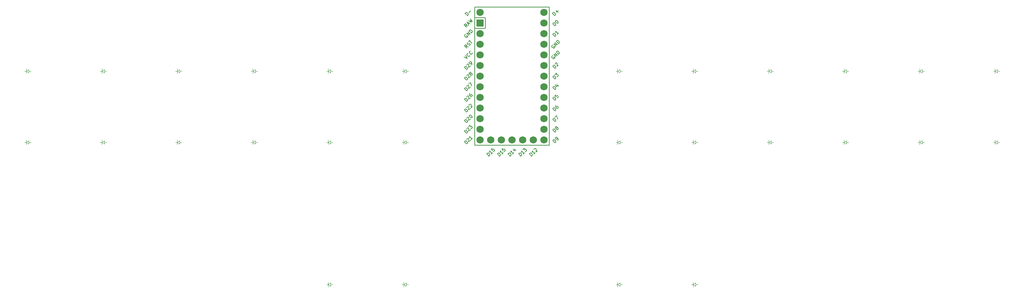
<source format=gbr>
%TF.GenerationSoftware,KiCad,Pcbnew,9.0.0*%
%TF.CreationDate,2025-03-17T14:32:25+01:00*%
%TF.ProjectId,pcb,7063622e-6b69-4636-9164-5f7063625858,v1.0.0*%
%TF.SameCoordinates,Original*%
%TF.FileFunction,Legend,Top*%
%TF.FilePolarity,Positive*%
%FSLAX46Y46*%
G04 Gerber Fmt 4.6, Leading zero omitted, Abs format (unit mm)*
G04 Created by KiCad (PCBNEW 9.0.0) date 2025-03-17 14:32:25*
%MOMM*%
%LPD*%
G01*
G04 APERTURE LIST*
%ADD10C,0.150000*%
%ADD11C,0.100000*%
%ADD12C,1.752600*%
%ADD13R,1.752600X1.752600*%
G04 APERTURE END LIST*
D10*
X204857839Y-74744523D02*
X204292154Y-74178837D01*
X204292154Y-74178837D02*
X204426841Y-74044150D01*
X204426841Y-74044150D02*
X204534590Y-73990276D01*
X204534590Y-73990276D02*
X204642340Y-73990276D01*
X204642340Y-73990276D02*
X204723152Y-74017213D01*
X204723152Y-74017213D02*
X204857839Y-74098025D01*
X204857839Y-74098025D02*
X204938651Y-74178837D01*
X204938651Y-74178837D02*
X205019463Y-74313524D01*
X205019463Y-74313524D02*
X205046401Y-74394337D01*
X205046401Y-74394337D02*
X205046401Y-74502086D01*
X205046401Y-74502086D02*
X204992526Y-74609836D01*
X204992526Y-74609836D02*
X204857839Y-74744523D01*
X205208025Y-73963338D02*
X205639024Y-73532340D01*
X204965589Y-77176773D02*
X204507653Y-77095961D01*
X204642340Y-77500022D02*
X204076654Y-76934337D01*
X204076654Y-76934337D02*
X204292154Y-76718837D01*
X204292154Y-76718837D02*
X204372966Y-76691900D01*
X204372966Y-76691900D02*
X204426841Y-76691900D01*
X204426841Y-76691900D02*
X204507653Y-76718837D01*
X204507653Y-76718837D02*
X204588465Y-76799650D01*
X204588465Y-76799650D02*
X204615402Y-76880462D01*
X204615402Y-76880462D02*
X204615402Y-76934337D01*
X204615402Y-76934337D02*
X204588465Y-77015149D01*
X204588465Y-77015149D02*
X204372966Y-77230648D01*
X205019463Y-76799650D02*
X205288837Y-76530276D01*
X205127213Y-77015149D02*
X204750089Y-76260902D01*
X204750089Y-76260902D02*
X205504337Y-76638025D01*
X205073338Y-75937653D02*
X205773710Y-76368651D01*
X205773710Y-76368651D02*
X205477399Y-75856841D01*
X205477399Y-75856841D02*
X205989210Y-76153152D01*
X205989210Y-76153152D02*
X205558211Y-75452780D01*
X204386435Y-79218431D02*
X204305623Y-79245368D01*
X204305623Y-79245368D02*
X204224811Y-79326180D01*
X204224811Y-79326180D02*
X204170936Y-79433930D01*
X204170936Y-79433930D02*
X204170936Y-79541680D01*
X204170936Y-79541680D02*
X204197873Y-79622492D01*
X204197873Y-79622492D02*
X204278685Y-79757179D01*
X204278685Y-79757179D02*
X204359498Y-79837991D01*
X204359498Y-79837991D02*
X204494185Y-79918803D01*
X204494185Y-79918803D02*
X204574997Y-79945741D01*
X204574997Y-79945741D02*
X204682746Y-79945741D01*
X204682746Y-79945741D02*
X204790496Y-79891866D01*
X204790496Y-79891866D02*
X204844371Y-79837991D01*
X204844371Y-79837991D02*
X204898246Y-79730241D01*
X204898246Y-79730241D02*
X204898246Y-79676367D01*
X204898246Y-79676367D02*
X204709684Y-79487805D01*
X204709684Y-79487805D02*
X204601934Y-79595554D01*
X205194557Y-79487805D02*
X204628872Y-78922119D01*
X204628872Y-78922119D02*
X205517806Y-79164556D01*
X205517806Y-79164556D02*
X204952120Y-78598871D01*
X205787180Y-78895182D02*
X205221494Y-78329497D01*
X205221494Y-78329497D02*
X205356181Y-78194810D01*
X205356181Y-78194810D02*
X205463931Y-78140935D01*
X205463931Y-78140935D02*
X205571680Y-78140935D01*
X205571680Y-78140935D02*
X205652493Y-78167872D01*
X205652493Y-78167872D02*
X205787180Y-78248685D01*
X205787180Y-78248685D02*
X205867992Y-78329497D01*
X205867992Y-78329497D02*
X205948804Y-78464184D01*
X205948804Y-78464184D02*
X205975741Y-78544996D01*
X205975741Y-78544996D02*
X205975741Y-78652746D01*
X205975741Y-78652746D02*
X205921867Y-78760495D01*
X205921867Y-78760495D02*
X205787180Y-78895182D01*
X205046401Y-82175961D02*
X204588465Y-82095149D01*
X204723152Y-82499210D02*
X204157467Y-81933524D01*
X204157467Y-81933524D02*
X204372966Y-81718025D01*
X204372966Y-81718025D02*
X204453778Y-81691088D01*
X204453778Y-81691088D02*
X204507653Y-81691088D01*
X204507653Y-81691088D02*
X204588465Y-81718025D01*
X204588465Y-81718025D02*
X204669277Y-81798837D01*
X204669277Y-81798837D02*
X204696215Y-81879649D01*
X204696215Y-81879649D02*
X204696215Y-81933524D01*
X204696215Y-81933524D02*
X204669277Y-82014336D01*
X204669277Y-82014336D02*
X204453778Y-82229836D01*
X205234963Y-81933524D02*
X205342712Y-81879649D01*
X205342712Y-81879649D02*
X205477399Y-81744962D01*
X205477399Y-81744962D02*
X205504337Y-81664150D01*
X205504337Y-81664150D02*
X205504337Y-81610275D01*
X205504337Y-81610275D02*
X205477399Y-81529463D01*
X205477399Y-81529463D02*
X205423525Y-81475588D01*
X205423525Y-81475588D02*
X205342712Y-81448651D01*
X205342712Y-81448651D02*
X205288838Y-81448651D01*
X205288838Y-81448651D02*
X205208025Y-81475588D01*
X205208025Y-81475588D02*
X205073338Y-81556401D01*
X205073338Y-81556401D02*
X204992526Y-81583338D01*
X204992526Y-81583338D02*
X204938651Y-81583338D01*
X204938651Y-81583338D02*
X204857839Y-81556401D01*
X204857839Y-81556401D02*
X204803964Y-81502526D01*
X204803964Y-81502526D02*
X204777027Y-81421714D01*
X204777027Y-81421714D02*
X204777027Y-81367839D01*
X204777027Y-81367839D02*
X204803964Y-81287027D01*
X204803964Y-81287027D02*
X204938651Y-81152340D01*
X204938651Y-81152340D02*
X205046401Y-81098465D01*
X205181088Y-80909903D02*
X205504337Y-80586654D01*
X205908398Y-81313964D02*
X205342713Y-80748278D01*
X204036248Y-84594743D02*
X204790496Y-84971866D01*
X204790496Y-84971866D02*
X204413372Y-84217619D01*
X205436993Y-84217619D02*
X205436993Y-84271494D01*
X205436993Y-84271494D02*
X205383118Y-84379244D01*
X205383118Y-84379244D02*
X205329243Y-84433118D01*
X205329243Y-84433118D02*
X205221494Y-84486993D01*
X205221494Y-84486993D02*
X205113744Y-84486993D01*
X205113744Y-84486993D02*
X205032932Y-84460056D01*
X205032932Y-84460056D02*
X204898245Y-84379244D01*
X204898245Y-84379244D02*
X204817433Y-84298431D01*
X204817433Y-84298431D02*
X204736621Y-84163744D01*
X204736621Y-84163744D02*
X204709683Y-84082932D01*
X204709683Y-84082932D02*
X204709683Y-83975183D01*
X204709683Y-83975183D02*
X204763558Y-83867433D01*
X204763558Y-83867433D02*
X204817433Y-83813558D01*
X204817433Y-83813558D02*
X204925182Y-83759683D01*
X204925182Y-83759683D02*
X204979057Y-83759683D01*
X206002678Y-83651934D02*
X206002678Y-83705809D01*
X206002678Y-83705809D02*
X205948804Y-83813558D01*
X205948804Y-83813558D02*
X205894929Y-83867433D01*
X205894929Y-83867433D02*
X205787179Y-83921308D01*
X205787179Y-83921308D02*
X205679430Y-83921308D01*
X205679430Y-83921308D02*
X205598617Y-83894370D01*
X205598617Y-83894370D02*
X205463930Y-83813558D01*
X205463930Y-83813558D02*
X205383118Y-83732746D01*
X205383118Y-83732746D02*
X205302306Y-83598059D01*
X205302306Y-83598059D02*
X205275369Y-83517247D01*
X205275369Y-83517247D02*
X205275369Y-83409497D01*
X205275369Y-83409497D02*
X205329243Y-83301748D01*
X205329243Y-83301748D02*
X205383118Y-83247873D01*
X205383118Y-83247873D02*
X205490868Y-83193998D01*
X205490868Y-83193998D02*
X205544743Y-83193998D01*
X204669277Y-87633085D02*
X204103592Y-87067399D01*
X204103592Y-87067399D02*
X204238279Y-86932712D01*
X204238279Y-86932712D02*
X204346028Y-86878838D01*
X204346028Y-86878838D02*
X204453778Y-86878838D01*
X204453778Y-86878838D02*
X204534590Y-86905775D01*
X204534590Y-86905775D02*
X204669277Y-86986587D01*
X204669277Y-86986587D02*
X204750089Y-87067399D01*
X204750089Y-87067399D02*
X204830901Y-87202086D01*
X204830901Y-87202086D02*
X204857839Y-87282899D01*
X204857839Y-87282899D02*
X204857839Y-87390648D01*
X204857839Y-87390648D02*
X204803964Y-87498398D01*
X204803964Y-87498398D02*
X204669277Y-87633085D01*
X204696214Y-86582526D02*
X204696214Y-86528651D01*
X204696214Y-86528651D02*
X204723152Y-86447839D01*
X204723152Y-86447839D02*
X204857839Y-86313152D01*
X204857839Y-86313152D02*
X204938651Y-86286215D01*
X204938651Y-86286215D02*
X204992526Y-86286215D01*
X204992526Y-86286215D02*
X205073338Y-86313152D01*
X205073338Y-86313152D02*
X205127213Y-86367027D01*
X205127213Y-86367027D02*
X205181088Y-86474777D01*
X205181088Y-86474777D02*
X205181088Y-87121274D01*
X205181088Y-87121274D02*
X205531274Y-86771088D01*
X205800648Y-86501714D02*
X205908398Y-86393964D01*
X205908398Y-86393964D02*
X205935335Y-86313152D01*
X205935335Y-86313152D02*
X205935335Y-86259277D01*
X205935335Y-86259277D02*
X205908398Y-86124590D01*
X205908398Y-86124590D02*
X205827585Y-85989903D01*
X205827585Y-85989903D02*
X205612086Y-85774404D01*
X205612086Y-85774404D02*
X205531274Y-85747467D01*
X205531274Y-85747467D02*
X205477399Y-85747467D01*
X205477399Y-85747467D02*
X205396587Y-85774404D01*
X205396587Y-85774404D02*
X205288837Y-85882154D01*
X205288837Y-85882154D02*
X205261900Y-85962966D01*
X205261900Y-85962966D02*
X205261900Y-86016841D01*
X205261900Y-86016841D02*
X205288837Y-86097653D01*
X205288837Y-86097653D02*
X205423524Y-86232340D01*
X205423524Y-86232340D02*
X205504337Y-86259277D01*
X205504337Y-86259277D02*
X205558211Y-86259277D01*
X205558211Y-86259277D02*
X205639024Y-86232340D01*
X205639024Y-86232340D02*
X205746773Y-86124590D01*
X205746773Y-86124590D02*
X205773711Y-86043778D01*
X205773711Y-86043778D02*
X205773711Y-85989903D01*
X205773711Y-85989903D02*
X205746773Y-85909091D01*
X204669277Y-90173085D02*
X204103592Y-89607399D01*
X204103592Y-89607399D02*
X204238279Y-89472712D01*
X204238279Y-89472712D02*
X204346028Y-89418838D01*
X204346028Y-89418838D02*
X204453778Y-89418838D01*
X204453778Y-89418838D02*
X204534590Y-89445775D01*
X204534590Y-89445775D02*
X204669277Y-89526587D01*
X204669277Y-89526587D02*
X204750089Y-89607399D01*
X204750089Y-89607399D02*
X204830901Y-89742086D01*
X204830901Y-89742086D02*
X204857839Y-89822899D01*
X204857839Y-89822899D02*
X204857839Y-89930648D01*
X204857839Y-89930648D02*
X204803964Y-90038398D01*
X204803964Y-90038398D02*
X204669277Y-90173085D01*
X204696214Y-89122526D02*
X204696214Y-89068651D01*
X204696214Y-89068651D02*
X204723152Y-88987839D01*
X204723152Y-88987839D02*
X204857839Y-88853152D01*
X204857839Y-88853152D02*
X204938651Y-88826215D01*
X204938651Y-88826215D02*
X204992526Y-88826215D01*
X204992526Y-88826215D02*
X205073338Y-88853152D01*
X205073338Y-88853152D02*
X205127213Y-88907027D01*
X205127213Y-88907027D02*
X205181088Y-89014777D01*
X205181088Y-89014777D02*
X205181088Y-89661274D01*
X205181088Y-89661274D02*
X205531274Y-89311088D01*
X205531274Y-88664590D02*
X205450462Y-88691528D01*
X205450462Y-88691528D02*
X205396587Y-88691528D01*
X205396587Y-88691528D02*
X205315775Y-88664590D01*
X205315775Y-88664590D02*
X205288837Y-88637653D01*
X205288837Y-88637653D02*
X205261900Y-88556841D01*
X205261900Y-88556841D02*
X205261900Y-88502966D01*
X205261900Y-88502966D02*
X205288837Y-88422154D01*
X205288837Y-88422154D02*
X205396587Y-88314404D01*
X205396587Y-88314404D02*
X205477399Y-88287467D01*
X205477399Y-88287467D02*
X205531274Y-88287467D01*
X205531274Y-88287467D02*
X205612086Y-88314404D01*
X205612086Y-88314404D02*
X205639024Y-88341341D01*
X205639024Y-88341341D02*
X205665961Y-88422154D01*
X205665961Y-88422154D02*
X205665961Y-88476028D01*
X205665961Y-88476028D02*
X205639024Y-88556841D01*
X205639024Y-88556841D02*
X205531274Y-88664590D01*
X205531274Y-88664590D02*
X205504337Y-88745402D01*
X205504337Y-88745402D02*
X205504337Y-88799277D01*
X205504337Y-88799277D02*
X205531274Y-88880089D01*
X205531274Y-88880089D02*
X205639024Y-88987839D01*
X205639024Y-88987839D02*
X205719836Y-89014776D01*
X205719836Y-89014776D02*
X205773711Y-89014776D01*
X205773711Y-89014776D02*
X205854523Y-88987839D01*
X205854523Y-88987839D02*
X205962272Y-88880089D01*
X205962272Y-88880089D02*
X205989210Y-88799277D01*
X205989210Y-88799277D02*
X205989210Y-88745402D01*
X205989210Y-88745402D02*
X205962272Y-88664590D01*
X205962272Y-88664590D02*
X205854523Y-88556841D01*
X205854523Y-88556841D02*
X205773711Y-88529903D01*
X205773711Y-88529903D02*
X205719836Y-88529903D01*
X205719836Y-88529903D02*
X205639024Y-88556841D01*
X204669277Y-92713085D02*
X204103592Y-92147399D01*
X204103592Y-92147399D02*
X204238279Y-92012712D01*
X204238279Y-92012712D02*
X204346028Y-91958838D01*
X204346028Y-91958838D02*
X204453778Y-91958838D01*
X204453778Y-91958838D02*
X204534590Y-91985775D01*
X204534590Y-91985775D02*
X204669277Y-92066587D01*
X204669277Y-92066587D02*
X204750089Y-92147399D01*
X204750089Y-92147399D02*
X204830901Y-92282086D01*
X204830901Y-92282086D02*
X204857839Y-92362899D01*
X204857839Y-92362899D02*
X204857839Y-92470648D01*
X204857839Y-92470648D02*
X204803964Y-92578398D01*
X204803964Y-92578398D02*
X204669277Y-92713085D01*
X204696214Y-91662526D02*
X204696214Y-91608651D01*
X204696214Y-91608651D02*
X204723152Y-91527839D01*
X204723152Y-91527839D02*
X204857839Y-91393152D01*
X204857839Y-91393152D02*
X204938651Y-91366215D01*
X204938651Y-91366215D02*
X204992526Y-91366215D01*
X204992526Y-91366215D02*
X205073338Y-91393152D01*
X205073338Y-91393152D02*
X205127213Y-91447027D01*
X205127213Y-91447027D02*
X205181088Y-91554777D01*
X205181088Y-91554777D02*
X205181088Y-92201274D01*
X205181088Y-92201274D02*
X205531274Y-91851088D01*
X205154150Y-91096841D02*
X205531274Y-90719717D01*
X205531274Y-90719717D02*
X205854523Y-91527839D01*
X204669277Y-95253085D02*
X204103592Y-94687399D01*
X204103592Y-94687399D02*
X204238279Y-94552712D01*
X204238279Y-94552712D02*
X204346028Y-94498838D01*
X204346028Y-94498838D02*
X204453778Y-94498838D01*
X204453778Y-94498838D02*
X204534590Y-94525775D01*
X204534590Y-94525775D02*
X204669277Y-94606587D01*
X204669277Y-94606587D02*
X204750089Y-94687399D01*
X204750089Y-94687399D02*
X204830901Y-94822086D01*
X204830901Y-94822086D02*
X204857839Y-94902899D01*
X204857839Y-94902899D02*
X204857839Y-95010648D01*
X204857839Y-95010648D02*
X204803964Y-95118398D01*
X204803964Y-95118398D02*
X204669277Y-95253085D01*
X204696214Y-94202526D02*
X204696214Y-94148651D01*
X204696214Y-94148651D02*
X204723152Y-94067839D01*
X204723152Y-94067839D02*
X204857839Y-93933152D01*
X204857839Y-93933152D02*
X204938651Y-93906215D01*
X204938651Y-93906215D02*
X204992526Y-93906215D01*
X204992526Y-93906215D02*
X205073338Y-93933152D01*
X205073338Y-93933152D02*
X205127213Y-93987027D01*
X205127213Y-93987027D02*
X205181088Y-94094777D01*
X205181088Y-94094777D02*
X205181088Y-94741274D01*
X205181088Y-94741274D02*
X205531274Y-94391088D01*
X205450462Y-93340529D02*
X205342712Y-93448279D01*
X205342712Y-93448279D02*
X205315775Y-93529091D01*
X205315775Y-93529091D02*
X205315775Y-93582966D01*
X205315775Y-93582966D02*
X205342712Y-93717653D01*
X205342712Y-93717653D02*
X205423524Y-93852340D01*
X205423524Y-93852340D02*
X205639024Y-94067839D01*
X205639024Y-94067839D02*
X205719836Y-94094776D01*
X205719836Y-94094776D02*
X205773711Y-94094776D01*
X205773711Y-94094776D02*
X205854523Y-94067839D01*
X205854523Y-94067839D02*
X205962272Y-93960089D01*
X205962272Y-93960089D02*
X205989210Y-93879277D01*
X205989210Y-93879277D02*
X205989210Y-93825402D01*
X205989210Y-93825402D02*
X205962272Y-93744590D01*
X205962272Y-93744590D02*
X205827585Y-93609903D01*
X205827585Y-93609903D02*
X205746773Y-93582966D01*
X205746773Y-93582966D02*
X205692898Y-93582966D01*
X205692898Y-93582966D02*
X205612086Y-93609903D01*
X205612086Y-93609903D02*
X205504337Y-93717653D01*
X205504337Y-93717653D02*
X205477399Y-93798465D01*
X205477399Y-93798465D02*
X205477399Y-93852340D01*
X205477399Y-93852340D02*
X205504337Y-93933152D01*
X204669277Y-97793085D02*
X204103592Y-97227399D01*
X204103592Y-97227399D02*
X204238279Y-97092712D01*
X204238279Y-97092712D02*
X204346028Y-97038838D01*
X204346028Y-97038838D02*
X204453778Y-97038838D01*
X204453778Y-97038838D02*
X204534590Y-97065775D01*
X204534590Y-97065775D02*
X204669277Y-97146587D01*
X204669277Y-97146587D02*
X204750089Y-97227399D01*
X204750089Y-97227399D02*
X204830901Y-97362086D01*
X204830901Y-97362086D02*
X204857839Y-97442899D01*
X204857839Y-97442899D02*
X204857839Y-97550648D01*
X204857839Y-97550648D02*
X204803964Y-97658398D01*
X204803964Y-97658398D02*
X204669277Y-97793085D01*
X204696214Y-96742526D02*
X204696214Y-96688651D01*
X204696214Y-96688651D02*
X204723152Y-96607839D01*
X204723152Y-96607839D02*
X204857839Y-96473152D01*
X204857839Y-96473152D02*
X204938651Y-96446215D01*
X204938651Y-96446215D02*
X204992526Y-96446215D01*
X204992526Y-96446215D02*
X205073338Y-96473152D01*
X205073338Y-96473152D02*
X205127213Y-96527027D01*
X205127213Y-96527027D02*
X205181088Y-96634777D01*
X205181088Y-96634777D02*
X205181088Y-97281274D01*
X205181088Y-97281274D02*
X205531274Y-96931088D01*
X205234963Y-96203778D02*
X205234963Y-96149903D01*
X205234963Y-96149903D02*
X205261900Y-96069091D01*
X205261900Y-96069091D02*
X205396587Y-95934404D01*
X205396587Y-95934404D02*
X205477399Y-95907467D01*
X205477399Y-95907467D02*
X205531274Y-95907467D01*
X205531274Y-95907467D02*
X205612086Y-95934404D01*
X205612086Y-95934404D02*
X205665961Y-95988279D01*
X205665961Y-95988279D02*
X205719836Y-96096028D01*
X205719836Y-96096028D02*
X205719836Y-96742526D01*
X205719836Y-96742526D02*
X206070022Y-96392340D01*
X204669277Y-100333085D02*
X204103592Y-99767399D01*
X204103592Y-99767399D02*
X204238279Y-99632712D01*
X204238279Y-99632712D02*
X204346028Y-99578838D01*
X204346028Y-99578838D02*
X204453778Y-99578838D01*
X204453778Y-99578838D02*
X204534590Y-99605775D01*
X204534590Y-99605775D02*
X204669277Y-99686587D01*
X204669277Y-99686587D02*
X204750089Y-99767399D01*
X204750089Y-99767399D02*
X204830901Y-99902086D01*
X204830901Y-99902086D02*
X204857839Y-99982899D01*
X204857839Y-99982899D02*
X204857839Y-100090648D01*
X204857839Y-100090648D02*
X204803964Y-100198398D01*
X204803964Y-100198398D02*
X204669277Y-100333085D01*
X204696214Y-99282526D02*
X204696214Y-99228651D01*
X204696214Y-99228651D02*
X204723152Y-99147839D01*
X204723152Y-99147839D02*
X204857839Y-99013152D01*
X204857839Y-99013152D02*
X204938651Y-98986215D01*
X204938651Y-98986215D02*
X204992526Y-98986215D01*
X204992526Y-98986215D02*
X205073338Y-99013152D01*
X205073338Y-99013152D02*
X205127213Y-99067027D01*
X205127213Y-99067027D02*
X205181088Y-99174777D01*
X205181088Y-99174777D02*
X205181088Y-99821274D01*
X205181088Y-99821274D02*
X205531274Y-99471088D01*
X205315775Y-98555216D02*
X205369650Y-98501341D01*
X205369650Y-98501341D02*
X205450462Y-98474404D01*
X205450462Y-98474404D02*
X205504337Y-98474404D01*
X205504337Y-98474404D02*
X205585149Y-98501341D01*
X205585149Y-98501341D02*
X205719836Y-98582154D01*
X205719836Y-98582154D02*
X205854523Y-98716841D01*
X205854523Y-98716841D02*
X205935335Y-98851528D01*
X205935335Y-98851528D02*
X205962272Y-98932340D01*
X205962272Y-98932340D02*
X205962272Y-98986215D01*
X205962272Y-98986215D02*
X205935335Y-99067027D01*
X205935335Y-99067027D02*
X205881460Y-99120902D01*
X205881460Y-99120902D02*
X205800648Y-99147839D01*
X205800648Y-99147839D02*
X205746773Y-99147839D01*
X205746773Y-99147839D02*
X205665961Y-99120902D01*
X205665961Y-99120902D02*
X205531274Y-99040089D01*
X205531274Y-99040089D02*
X205396587Y-98905402D01*
X205396587Y-98905402D02*
X205315775Y-98770715D01*
X205315775Y-98770715D02*
X205288837Y-98689903D01*
X205288837Y-98689903D02*
X205288837Y-98636028D01*
X205288837Y-98636028D02*
X205315775Y-98555216D01*
X204669277Y-102873085D02*
X204103592Y-102307399D01*
X204103592Y-102307399D02*
X204238279Y-102172712D01*
X204238279Y-102172712D02*
X204346028Y-102118838D01*
X204346028Y-102118838D02*
X204453778Y-102118838D01*
X204453778Y-102118838D02*
X204534590Y-102145775D01*
X204534590Y-102145775D02*
X204669277Y-102226587D01*
X204669277Y-102226587D02*
X204750089Y-102307399D01*
X204750089Y-102307399D02*
X204830901Y-102442086D01*
X204830901Y-102442086D02*
X204857839Y-102522899D01*
X204857839Y-102522899D02*
X204857839Y-102630648D01*
X204857839Y-102630648D02*
X204803964Y-102738398D01*
X204803964Y-102738398D02*
X204669277Y-102873085D01*
X204696214Y-101822526D02*
X204696214Y-101768651D01*
X204696214Y-101768651D02*
X204723152Y-101687839D01*
X204723152Y-101687839D02*
X204857839Y-101553152D01*
X204857839Y-101553152D02*
X204938651Y-101526215D01*
X204938651Y-101526215D02*
X204992526Y-101526215D01*
X204992526Y-101526215D02*
X205073338Y-101553152D01*
X205073338Y-101553152D02*
X205127213Y-101607027D01*
X205127213Y-101607027D02*
X205181088Y-101714777D01*
X205181088Y-101714777D02*
X205181088Y-102361274D01*
X205181088Y-102361274D02*
X205531274Y-102011088D01*
X205154150Y-101256841D02*
X205504337Y-100906654D01*
X205504337Y-100906654D02*
X205531274Y-101310715D01*
X205531274Y-101310715D02*
X205612086Y-101229903D01*
X205612086Y-101229903D02*
X205692898Y-101202966D01*
X205692898Y-101202966D02*
X205746773Y-101202966D01*
X205746773Y-101202966D02*
X205827585Y-101229903D01*
X205827585Y-101229903D02*
X205962272Y-101364590D01*
X205962272Y-101364590D02*
X205989210Y-101445402D01*
X205989210Y-101445402D02*
X205989210Y-101499277D01*
X205989210Y-101499277D02*
X205962272Y-101580089D01*
X205962272Y-101580089D02*
X205800648Y-101741714D01*
X205800648Y-101741714D02*
X205719836Y-101768651D01*
X205719836Y-101768651D02*
X205665961Y-101768651D01*
X204669277Y-105413085D02*
X204103592Y-104847399D01*
X204103592Y-104847399D02*
X204238279Y-104712712D01*
X204238279Y-104712712D02*
X204346028Y-104658838D01*
X204346028Y-104658838D02*
X204453778Y-104658838D01*
X204453778Y-104658838D02*
X204534590Y-104685775D01*
X204534590Y-104685775D02*
X204669277Y-104766587D01*
X204669277Y-104766587D02*
X204750089Y-104847399D01*
X204750089Y-104847399D02*
X204830901Y-104982086D01*
X204830901Y-104982086D02*
X204857839Y-105062899D01*
X204857839Y-105062899D02*
X204857839Y-105170648D01*
X204857839Y-105170648D02*
X204803964Y-105278398D01*
X204803964Y-105278398D02*
X204669277Y-105413085D01*
X204696214Y-104362526D02*
X204696214Y-104308651D01*
X204696214Y-104308651D02*
X204723152Y-104227839D01*
X204723152Y-104227839D02*
X204857839Y-104093152D01*
X204857839Y-104093152D02*
X204938651Y-104066215D01*
X204938651Y-104066215D02*
X204992526Y-104066215D01*
X204992526Y-104066215D02*
X205073338Y-104093152D01*
X205073338Y-104093152D02*
X205127213Y-104147027D01*
X205127213Y-104147027D02*
X205181088Y-104254777D01*
X205181088Y-104254777D02*
X205181088Y-104901274D01*
X205181088Y-104901274D02*
X205531274Y-104551088D01*
X206070022Y-104012340D02*
X205746773Y-104335589D01*
X205908398Y-104173964D02*
X205342712Y-103608279D01*
X205342712Y-103608279D02*
X205369650Y-103742966D01*
X205369650Y-103742966D02*
X205369650Y-103850715D01*
X205369650Y-103850715D02*
X205342712Y-103931528D01*
X220149277Y-108343085D02*
X219583592Y-107777399D01*
X219583592Y-107777399D02*
X219718279Y-107642712D01*
X219718279Y-107642712D02*
X219826028Y-107588838D01*
X219826028Y-107588838D02*
X219933778Y-107588838D01*
X219933778Y-107588838D02*
X220014590Y-107615775D01*
X220014590Y-107615775D02*
X220149277Y-107696587D01*
X220149277Y-107696587D02*
X220230089Y-107777399D01*
X220230089Y-107777399D02*
X220310901Y-107912086D01*
X220310901Y-107912086D02*
X220337839Y-107992899D01*
X220337839Y-107992899D02*
X220337839Y-108100648D01*
X220337839Y-108100648D02*
X220283964Y-108208398D01*
X220283964Y-108208398D02*
X220149277Y-108343085D01*
X221011274Y-107481088D02*
X220688025Y-107804337D01*
X220849649Y-107642712D02*
X220283964Y-107077027D01*
X220283964Y-107077027D02*
X220310901Y-107211714D01*
X220310901Y-107211714D02*
X220310901Y-107319464D01*
X220310901Y-107319464D02*
X220283964Y-107400276D01*
X220714963Y-106753778D02*
X220714963Y-106699903D01*
X220714963Y-106699903D02*
X220741900Y-106619091D01*
X220741900Y-106619091D02*
X220876587Y-106484404D01*
X220876587Y-106484404D02*
X220957399Y-106457467D01*
X220957399Y-106457467D02*
X221011274Y-106457467D01*
X221011274Y-106457467D02*
X221092086Y-106484404D01*
X221092086Y-106484404D02*
X221145961Y-106538279D01*
X221145961Y-106538279D02*
X221199836Y-106646028D01*
X221199836Y-106646028D02*
X221199836Y-107292526D01*
X221199836Y-107292526D02*
X221550022Y-106942340D01*
X217609277Y-108343085D02*
X217043592Y-107777399D01*
X217043592Y-107777399D02*
X217178279Y-107642712D01*
X217178279Y-107642712D02*
X217286028Y-107588838D01*
X217286028Y-107588838D02*
X217393778Y-107588838D01*
X217393778Y-107588838D02*
X217474590Y-107615775D01*
X217474590Y-107615775D02*
X217609277Y-107696587D01*
X217609277Y-107696587D02*
X217690089Y-107777399D01*
X217690089Y-107777399D02*
X217770901Y-107912086D01*
X217770901Y-107912086D02*
X217797839Y-107992899D01*
X217797839Y-107992899D02*
X217797839Y-108100648D01*
X217797839Y-108100648D02*
X217743964Y-108208398D01*
X217743964Y-108208398D02*
X217609277Y-108343085D01*
X218471274Y-107481088D02*
X218148025Y-107804337D01*
X218309649Y-107642712D02*
X217743964Y-107077027D01*
X217743964Y-107077027D02*
X217770901Y-107211714D01*
X217770901Y-107211714D02*
X217770901Y-107319464D01*
X217770901Y-107319464D02*
X217743964Y-107400276D01*
X218094150Y-106726841D02*
X218444337Y-106376654D01*
X218444337Y-106376654D02*
X218471274Y-106780715D01*
X218471274Y-106780715D02*
X218552086Y-106699903D01*
X218552086Y-106699903D02*
X218632898Y-106672966D01*
X218632898Y-106672966D02*
X218686773Y-106672966D01*
X218686773Y-106672966D02*
X218767585Y-106699903D01*
X218767585Y-106699903D02*
X218902272Y-106834590D01*
X218902272Y-106834590D02*
X218929210Y-106915402D01*
X218929210Y-106915402D02*
X218929210Y-106969277D01*
X218929210Y-106969277D02*
X218902272Y-107050089D01*
X218902272Y-107050089D02*
X218740648Y-107211714D01*
X218740648Y-107211714D02*
X218659836Y-107238651D01*
X218659836Y-107238651D02*
X218605961Y-107238651D01*
X215069277Y-108343085D02*
X214503592Y-107777399D01*
X214503592Y-107777399D02*
X214638279Y-107642712D01*
X214638279Y-107642712D02*
X214746028Y-107588838D01*
X214746028Y-107588838D02*
X214853778Y-107588838D01*
X214853778Y-107588838D02*
X214934590Y-107615775D01*
X214934590Y-107615775D02*
X215069277Y-107696587D01*
X215069277Y-107696587D02*
X215150089Y-107777399D01*
X215150089Y-107777399D02*
X215230901Y-107912086D01*
X215230901Y-107912086D02*
X215257839Y-107992899D01*
X215257839Y-107992899D02*
X215257839Y-108100648D01*
X215257839Y-108100648D02*
X215203964Y-108208398D01*
X215203964Y-108208398D02*
X215069277Y-108343085D01*
X215931274Y-107481088D02*
X215608025Y-107804337D01*
X215769649Y-107642712D02*
X215203964Y-107077027D01*
X215203964Y-107077027D02*
X215230901Y-107211714D01*
X215230901Y-107211714D02*
X215230901Y-107319464D01*
X215230901Y-107319464D02*
X215203964Y-107400276D01*
X216039024Y-106619091D02*
X216416147Y-106996215D01*
X215688837Y-106538279D02*
X215958211Y-107077027D01*
X215958211Y-107077027D02*
X216308398Y-106726841D01*
X212529277Y-108343085D02*
X211963592Y-107777399D01*
X211963592Y-107777399D02*
X212098279Y-107642712D01*
X212098279Y-107642712D02*
X212206028Y-107588838D01*
X212206028Y-107588838D02*
X212313778Y-107588838D01*
X212313778Y-107588838D02*
X212394590Y-107615775D01*
X212394590Y-107615775D02*
X212529277Y-107696587D01*
X212529277Y-107696587D02*
X212610089Y-107777399D01*
X212610089Y-107777399D02*
X212690901Y-107912086D01*
X212690901Y-107912086D02*
X212717839Y-107992899D01*
X212717839Y-107992899D02*
X212717839Y-108100648D01*
X212717839Y-108100648D02*
X212663964Y-108208398D01*
X212663964Y-108208398D02*
X212529277Y-108343085D01*
X213391274Y-107481088D02*
X213068025Y-107804337D01*
X213229649Y-107642712D02*
X212663964Y-107077027D01*
X212663964Y-107077027D02*
X212690901Y-107211714D01*
X212690901Y-107211714D02*
X212690901Y-107319464D01*
X212690901Y-107319464D02*
X212663964Y-107400276D01*
X213337399Y-106403592D02*
X213068025Y-106672966D01*
X213068025Y-106672966D02*
X213310462Y-106969277D01*
X213310462Y-106969277D02*
X213310462Y-106915402D01*
X213310462Y-106915402D02*
X213337399Y-106834590D01*
X213337399Y-106834590D02*
X213472086Y-106699903D01*
X213472086Y-106699903D02*
X213552898Y-106672966D01*
X213552898Y-106672966D02*
X213606773Y-106672966D01*
X213606773Y-106672966D02*
X213687585Y-106699903D01*
X213687585Y-106699903D02*
X213822272Y-106834590D01*
X213822272Y-106834590D02*
X213849210Y-106915402D01*
X213849210Y-106915402D02*
X213849210Y-106969277D01*
X213849210Y-106969277D02*
X213822272Y-107050089D01*
X213822272Y-107050089D02*
X213687585Y-107184776D01*
X213687585Y-107184776D02*
X213606773Y-107211714D01*
X213606773Y-107211714D02*
X213552898Y-107211714D01*
X209989277Y-108343085D02*
X209423592Y-107777399D01*
X209423592Y-107777399D02*
X209558279Y-107642712D01*
X209558279Y-107642712D02*
X209666028Y-107588838D01*
X209666028Y-107588838D02*
X209773778Y-107588838D01*
X209773778Y-107588838D02*
X209854590Y-107615775D01*
X209854590Y-107615775D02*
X209989277Y-107696587D01*
X209989277Y-107696587D02*
X210070089Y-107777399D01*
X210070089Y-107777399D02*
X210150901Y-107912086D01*
X210150901Y-107912086D02*
X210177839Y-107992899D01*
X210177839Y-107992899D02*
X210177839Y-108100648D01*
X210177839Y-108100648D02*
X210123964Y-108208398D01*
X210123964Y-108208398D02*
X209989277Y-108343085D01*
X210851274Y-107481088D02*
X210528025Y-107804337D01*
X210689649Y-107642712D02*
X210123964Y-107077027D01*
X210123964Y-107077027D02*
X210150901Y-107211714D01*
X210150901Y-107211714D02*
X210150901Y-107319464D01*
X210150901Y-107319464D02*
X210123964Y-107400276D01*
X210797399Y-106403592D02*
X210528025Y-106672966D01*
X210528025Y-106672966D02*
X210770462Y-106969277D01*
X210770462Y-106969277D02*
X210770462Y-106915402D01*
X210770462Y-106915402D02*
X210797399Y-106834590D01*
X210797399Y-106834590D02*
X210932086Y-106699903D01*
X210932086Y-106699903D02*
X211012898Y-106672966D01*
X211012898Y-106672966D02*
X211066773Y-106672966D01*
X211066773Y-106672966D02*
X211147585Y-106699903D01*
X211147585Y-106699903D02*
X211282272Y-106834590D01*
X211282272Y-106834590D02*
X211309210Y-106915402D01*
X211309210Y-106915402D02*
X211309210Y-106969277D01*
X211309210Y-106969277D02*
X211282272Y-107050089D01*
X211282272Y-107050089D02*
X211147585Y-107184776D01*
X211147585Y-107184776D02*
X211066773Y-107211714D01*
X211066773Y-107211714D02*
X211012898Y-107211714D01*
X225657839Y-74744523D02*
X225092154Y-74178837D01*
X225092154Y-74178837D02*
X225226841Y-74044150D01*
X225226841Y-74044150D02*
X225334590Y-73990276D01*
X225334590Y-73990276D02*
X225442340Y-73990276D01*
X225442340Y-73990276D02*
X225523152Y-74017213D01*
X225523152Y-74017213D02*
X225657839Y-74098025D01*
X225657839Y-74098025D02*
X225738651Y-74178837D01*
X225738651Y-74178837D02*
X225819463Y-74313524D01*
X225819463Y-74313524D02*
X225846401Y-74394337D01*
X225846401Y-74394337D02*
X225846401Y-74502086D01*
X225846401Y-74502086D02*
X225792526Y-74609836D01*
X225792526Y-74609836D02*
X225657839Y-74744523D01*
X226008025Y-73963338D02*
X226439024Y-73532340D01*
X226439024Y-73963338D02*
X226008025Y-73532340D01*
X225738651Y-77203710D02*
X225172966Y-76638025D01*
X225172966Y-76638025D02*
X225307653Y-76503338D01*
X225307653Y-76503338D02*
X225415403Y-76449463D01*
X225415403Y-76449463D02*
X225523152Y-76449463D01*
X225523152Y-76449463D02*
X225603964Y-76476401D01*
X225603964Y-76476401D02*
X225738651Y-76557213D01*
X225738651Y-76557213D02*
X225819464Y-76638025D01*
X225819464Y-76638025D02*
X225900276Y-76772712D01*
X225900276Y-76772712D02*
X225927213Y-76853524D01*
X225927213Y-76853524D02*
X225927213Y-76961274D01*
X225927213Y-76961274D02*
X225873338Y-77069023D01*
X225873338Y-77069023D02*
X225738651Y-77203710D01*
X225846401Y-75964590D02*
X225900276Y-75910715D01*
X225900276Y-75910715D02*
X225981088Y-75883778D01*
X225981088Y-75883778D02*
X226034963Y-75883778D01*
X226034963Y-75883778D02*
X226115775Y-75910715D01*
X226115775Y-75910715D02*
X226250462Y-75991527D01*
X226250462Y-75991527D02*
X226385149Y-76126214D01*
X226385149Y-76126214D02*
X226465961Y-76260901D01*
X226465961Y-76260901D02*
X226492899Y-76341714D01*
X226492899Y-76341714D02*
X226492899Y-76395588D01*
X226492899Y-76395588D02*
X226465961Y-76476401D01*
X226465961Y-76476401D02*
X226412087Y-76530275D01*
X226412087Y-76530275D02*
X226331274Y-76557213D01*
X226331274Y-76557213D02*
X226277399Y-76557213D01*
X226277399Y-76557213D02*
X226196587Y-76530275D01*
X226196587Y-76530275D02*
X226061900Y-76449463D01*
X226061900Y-76449463D02*
X225927213Y-76314776D01*
X225927213Y-76314776D02*
X225846401Y-76180089D01*
X225846401Y-76180089D02*
X225819464Y-76099277D01*
X225819464Y-76099277D02*
X225819464Y-76045402D01*
X225819464Y-76045402D02*
X225846401Y-75964590D01*
X225738651Y-79743710D02*
X225172966Y-79178025D01*
X225172966Y-79178025D02*
X225307653Y-79043338D01*
X225307653Y-79043338D02*
X225415403Y-78989463D01*
X225415403Y-78989463D02*
X225523152Y-78989463D01*
X225523152Y-78989463D02*
X225603964Y-79016401D01*
X225603964Y-79016401D02*
X225738651Y-79097213D01*
X225738651Y-79097213D02*
X225819464Y-79178025D01*
X225819464Y-79178025D02*
X225900276Y-79312712D01*
X225900276Y-79312712D02*
X225927213Y-79393524D01*
X225927213Y-79393524D02*
X225927213Y-79501274D01*
X225927213Y-79501274D02*
X225873338Y-79609023D01*
X225873338Y-79609023D02*
X225738651Y-79743710D01*
X226600648Y-78881714D02*
X226277399Y-79204962D01*
X226439024Y-79043338D02*
X225873338Y-78477653D01*
X225873338Y-78477653D02*
X225900276Y-78612340D01*
X225900276Y-78612340D02*
X225900276Y-78720089D01*
X225900276Y-78720089D02*
X225873338Y-78800901D01*
X225186435Y-81758431D02*
X225105623Y-81785368D01*
X225105623Y-81785368D02*
X225024811Y-81866180D01*
X225024811Y-81866180D02*
X224970936Y-81973930D01*
X224970936Y-81973930D02*
X224970936Y-82081680D01*
X224970936Y-82081680D02*
X224997873Y-82162492D01*
X224997873Y-82162492D02*
X225078685Y-82297179D01*
X225078685Y-82297179D02*
X225159498Y-82377991D01*
X225159498Y-82377991D02*
X225294185Y-82458803D01*
X225294185Y-82458803D02*
X225374997Y-82485741D01*
X225374997Y-82485741D02*
X225482746Y-82485741D01*
X225482746Y-82485741D02*
X225590496Y-82431866D01*
X225590496Y-82431866D02*
X225644371Y-82377991D01*
X225644371Y-82377991D02*
X225698246Y-82270241D01*
X225698246Y-82270241D02*
X225698246Y-82216367D01*
X225698246Y-82216367D02*
X225509684Y-82027805D01*
X225509684Y-82027805D02*
X225401934Y-82135554D01*
X225994557Y-82027805D02*
X225428872Y-81462119D01*
X225428872Y-81462119D02*
X226317806Y-81704556D01*
X226317806Y-81704556D02*
X225752120Y-81138871D01*
X226587180Y-81435182D02*
X226021494Y-80869497D01*
X226021494Y-80869497D02*
X226156181Y-80734810D01*
X226156181Y-80734810D02*
X226263931Y-80680935D01*
X226263931Y-80680935D02*
X226371680Y-80680935D01*
X226371680Y-80680935D02*
X226452493Y-80707872D01*
X226452493Y-80707872D02*
X226587180Y-80788685D01*
X226587180Y-80788685D02*
X226667992Y-80869497D01*
X226667992Y-80869497D02*
X226748804Y-81004184D01*
X226748804Y-81004184D02*
X226775741Y-81084996D01*
X226775741Y-81084996D02*
X226775741Y-81192746D01*
X226775741Y-81192746D02*
X226721867Y-81300495D01*
X226721867Y-81300495D02*
X226587180Y-81435182D01*
X225186435Y-84298431D02*
X225105623Y-84325368D01*
X225105623Y-84325368D02*
X225024811Y-84406180D01*
X225024811Y-84406180D02*
X224970936Y-84513930D01*
X224970936Y-84513930D02*
X224970936Y-84621680D01*
X224970936Y-84621680D02*
X224997873Y-84702492D01*
X224997873Y-84702492D02*
X225078685Y-84837179D01*
X225078685Y-84837179D02*
X225159498Y-84917991D01*
X225159498Y-84917991D02*
X225294185Y-84998803D01*
X225294185Y-84998803D02*
X225374997Y-85025741D01*
X225374997Y-85025741D02*
X225482746Y-85025741D01*
X225482746Y-85025741D02*
X225590496Y-84971866D01*
X225590496Y-84971866D02*
X225644371Y-84917991D01*
X225644371Y-84917991D02*
X225698246Y-84810241D01*
X225698246Y-84810241D02*
X225698246Y-84756367D01*
X225698246Y-84756367D02*
X225509684Y-84567805D01*
X225509684Y-84567805D02*
X225401934Y-84675554D01*
X225994557Y-84567805D02*
X225428872Y-84002119D01*
X225428872Y-84002119D02*
X226317806Y-84244556D01*
X226317806Y-84244556D02*
X225752120Y-83678871D01*
X226587180Y-83975182D02*
X226021494Y-83409497D01*
X226021494Y-83409497D02*
X226156181Y-83274810D01*
X226156181Y-83274810D02*
X226263931Y-83220935D01*
X226263931Y-83220935D02*
X226371680Y-83220935D01*
X226371680Y-83220935D02*
X226452493Y-83247872D01*
X226452493Y-83247872D02*
X226587180Y-83328685D01*
X226587180Y-83328685D02*
X226667992Y-83409497D01*
X226667992Y-83409497D02*
X226748804Y-83544184D01*
X226748804Y-83544184D02*
X226775741Y-83624996D01*
X226775741Y-83624996D02*
X226775741Y-83732746D01*
X226775741Y-83732746D02*
X226721867Y-83840495D01*
X226721867Y-83840495D02*
X226587180Y-83975182D01*
X225738651Y-87363710D02*
X225172966Y-86798025D01*
X225172966Y-86798025D02*
X225307653Y-86663338D01*
X225307653Y-86663338D02*
X225415403Y-86609463D01*
X225415403Y-86609463D02*
X225523152Y-86609463D01*
X225523152Y-86609463D02*
X225603964Y-86636401D01*
X225603964Y-86636401D02*
X225738651Y-86717213D01*
X225738651Y-86717213D02*
X225819464Y-86798025D01*
X225819464Y-86798025D02*
X225900276Y-86932712D01*
X225900276Y-86932712D02*
X225927213Y-87013524D01*
X225927213Y-87013524D02*
X225927213Y-87121274D01*
X225927213Y-87121274D02*
X225873338Y-87229023D01*
X225873338Y-87229023D02*
X225738651Y-87363710D01*
X225765589Y-86313152D02*
X225765589Y-86259277D01*
X225765589Y-86259277D02*
X225792526Y-86178465D01*
X225792526Y-86178465D02*
X225927213Y-86043778D01*
X225927213Y-86043778D02*
X226008025Y-86016840D01*
X226008025Y-86016840D02*
X226061900Y-86016840D01*
X226061900Y-86016840D02*
X226142712Y-86043778D01*
X226142712Y-86043778D02*
X226196587Y-86097653D01*
X226196587Y-86097653D02*
X226250462Y-86205402D01*
X226250462Y-86205402D02*
X226250462Y-86851900D01*
X226250462Y-86851900D02*
X226600648Y-86501714D01*
X225738651Y-89903710D02*
X225172966Y-89338025D01*
X225172966Y-89338025D02*
X225307653Y-89203338D01*
X225307653Y-89203338D02*
X225415403Y-89149463D01*
X225415403Y-89149463D02*
X225523152Y-89149463D01*
X225523152Y-89149463D02*
X225603964Y-89176401D01*
X225603964Y-89176401D02*
X225738651Y-89257213D01*
X225738651Y-89257213D02*
X225819464Y-89338025D01*
X225819464Y-89338025D02*
X225900276Y-89472712D01*
X225900276Y-89472712D02*
X225927213Y-89553524D01*
X225927213Y-89553524D02*
X225927213Y-89661274D01*
X225927213Y-89661274D02*
X225873338Y-89769023D01*
X225873338Y-89769023D02*
X225738651Y-89903710D01*
X225684777Y-88826214D02*
X226034963Y-88476028D01*
X226034963Y-88476028D02*
X226061900Y-88880089D01*
X226061900Y-88880089D02*
X226142712Y-88799277D01*
X226142712Y-88799277D02*
X226223525Y-88772340D01*
X226223525Y-88772340D02*
X226277399Y-88772340D01*
X226277399Y-88772340D02*
X226358212Y-88799277D01*
X226358212Y-88799277D02*
X226492899Y-88933964D01*
X226492899Y-88933964D02*
X226519836Y-89014776D01*
X226519836Y-89014776D02*
X226519836Y-89068651D01*
X226519836Y-89068651D02*
X226492899Y-89149463D01*
X226492899Y-89149463D02*
X226331274Y-89311088D01*
X226331274Y-89311088D02*
X226250462Y-89338025D01*
X226250462Y-89338025D02*
X226196587Y-89338025D01*
X225738651Y-92443710D02*
X225172966Y-91878025D01*
X225172966Y-91878025D02*
X225307653Y-91743338D01*
X225307653Y-91743338D02*
X225415403Y-91689463D01*
X225415403Y-91689463D02*
X225523152Y-91689463D01*
X225523152Y-91689463D02*
X225603964Y-91716401D01*
X225603964Y-91716401D02*
X225738651Y-91797213D01*
X225738651Y-91797213D02*
X225819464Y-91878025D01*
X225819464Y-91878025D02*
X225900276Y-92012712D01*
X225900276Y-92012712D02*
X225927213Y-92093524D01*
X225927213Y-92093524D02*
X225927213Y-92201274D01*
X225927213Y-92201274D02*
X225873338Y-92309023D01*
X225873338Y-92309023D02*
X225738651Y-92443710D01*
X226169650Y-91258465D02*
X226546774Y-91635588D01*
X225819464Y-91177653D02*
X226088838Y-91716401D01*
X226088838Y-91716401D02*
X226439024Y-91366214D01*
X225738651Y-94983710D02*
X225172966Y-94418025D01*
X225172966Y-94418025D02*
X225307653Y-94283338D01*
X225307653Y-94283338D02*
X225415403Y-94229463D01*
X225415403Y-94229463D02*
X225523152Y-94229463D01*
X225523152Y-94229463D02*
X225603964Y-94256401D01*
X225603964Y-94256401D02*
X225738651Y-94337213D01*
X225738651Y-94337213D02*
X225819464Y-94418025D01*
X225819464Y-94418025D02*
X225900276Y-94552712D01*
X225900276Y-94552712D02*
X225927213Y-94633524D01*
X225927213Y-94633524D02*
X225927213Y-94741274D01*
X225927213Y-94741274D02*
X225873338Y-94849023D01*
X225873338Y-94849023D02*
X225738651Y-94983710D01*
X226008025Y-93582966D02*
X225738651Y-93852340D01*
X225738651Y-93852340D02*
X225981088Y-94148651D01*
X225981088Y-94148651D02*
X225981088Y-94094776D01*
X225981088Y-94094776D02*
X226008025Y-94013964D01*
X226008025Y-94013964D02*
X226142712Y-93879277D01*
X226142712Y-93879277D02*
X226223525Y-93852340D01*
X226223525Y-93852340D02*
X226277399Y-93852340D01*
X226277399Y-93852340D02*
X226358212Y-93879277D01*
X226358212Y-93879277D02*
X226492899Y-94013964D01*
X226492899Y-94013964D02*
X226519836Y-94094776D01*
X226519836Y-94094776D02*
X226519836Y-94148651D01*
X226519836Y-94148651D02*
X226492899Y-94229463D01*
X226492899Y-94229463D02*
X226358212Y-94364150D01*
X226358212Y-94364150D02*
X226277399Y-94391088D01*
X226277399Y-94391088D02*
X226223525Y-94391088D01*
X225738651Y-97523710D02*
X225172966Y-96958025D01*
X225172966Y-96958025D02*
X225307653Y-96823338D01*
X225307653Y-96823338D02*
X225415403Y-96769463D01*
X225415403Y-96769463D02*
X225523152Y-96769463D01*
X225523152Y-96769463D02*
X225603964Y-96796401D01*
X225603964Y-96796401D02*
X225738651Y-96877213D01*
X225738651Y-96877213D02*
X225819464Y-96958025D01*
X225819464Y-96958025D02*
X225900276Y-97092712D01*
X225900276Y-97092712D02*
X225927213Y-97173524D01*
X225927213Y-97173524D02*
X225927213Y-97281274D01*
X225927213Y-97281274D02*
X225873338Y-97389023D01*
X225873338Y-97389023D02*
X225738651Y-97523710D01*
X225981088Y-96149903D02*
X225873338Y-96257653D01*
X225873338Y-96257653D02*
X225846401Y-96338465D01*
X225846401Y-96338465D02*
X225846401Y-96392340D01*
X225846401Y-96392340D02*
X225873338Y-96527027D01*
X225873338Y-96527027D02*
X225954151Y-96661714D01*
X225954151Y-96661714D02*
X226169650Y-96877213D01*
X226169650Y-96877213D02*
X226250462Y-96904150D01*
X226250462Y-96904150D02*
X226304337Y-96904150D01*
X226304337Y-96904150D02*
X226385149Y-96877213D01*
X226385149Y-96877213D02*
X226492899Y-96769463D01*
X226492899Y-96769463D02*
X226519836Y-96688651D01*
X226519836Y-96688651D02*
X226519836Y-96634776D01*
X226519836Y-96634776D02*
X226492899Y-96553964D01*
X226492899Y-96553964D02*
X226358212Y-96419277D01*
X226358212Y-96419277D02*
X226277399Y-96392340D01*
X226277399Y-96392340D02*
X226223525Y-96392340D01*
X226223525Y-96392340D02*
X226142712Y-96419277D01*
X226142712Y-96419277D02*
X226034963Y-96527027D01*
X226034963Y-96527027D02*
X226008025Y-96607839D01*
X226008025Y-96607839D02*
X226008025Y-96661714D01*
X226008025Y-96661714D02*
X226034963Y-96742526D01*
X225738651Y-100063710D02*
X225172966Y-99498025D01*
X225172966Y-99498025D02*
X225307653Y-99363338D01*
X225307653Y-99363338D02*
X225415403Y-99309463D01*
X225415403Y-99309463D02*
X225523152Y-99309463D01*
X225523152Y-99309463D02*
X225603964Y-99336401D01*
X225603964Y-99336401D02*
X225738651Y-99417213D01*
X225738651Y-99417213D02*
X225819464Y-99498025D01*
X225819464Y-99498025D02*
X225900276Y-99632712D01*
X225900276Y-99632712D02*
X225927213Y-99713524D01*
X225927213Y-99713524D02*
X225927213Y-99821274D01*
X225927213Y-99821274D02*
X225873338Y-99929023D01*
X225873338Y-99929023D02*
X225738651Y-100063710D01*
X225684777Y-98986214D02*
X226061900Y-98609091D01*
X226061900Y-98609091D02*
X226385149Y-99417213D01*
X225738651Y-102603710D02*
X225172966Y-102038025D01*
X225172966Y-102038025D02*
X225307653Y-101903338D01*
X225307653Y-101903338D02*
X225415403Y-101849463D01*
X225415403Y-101849463D02*
X225523152Y-101849463D01*
X225523152Y-101849463D02*
X225603964Y-101876401D01*
X225603964Y-101876401D02*
X225738651Y-101957213D01*
X225738651Y-101957213D02*
X225819464Y-102038025D01*
X225819464Y-102038025D02*
X225900276Y-102172712D01*
X225900276Y-102172712D02*
X225927213Y-102253524D01*
X225927213Y-102253524D02*
X225927213Y-102361274D01*
X225927213Y-102361274D02*
X225873338Y-102469023D01*
X225873338Y-102469023D02*
X225738651Y-102603710D01*
X226061900Y-101633964D02*
X225981088Y-101660901D01*
X225981088Y-101660901D02*
X225927213Y-101660901D01*
X225927213Y-101660901D02*
X225846401Y-101633964D01*
X225846401Y-101633964D02*
X225819464Y-101607027D01*
X225819464Y-101607027D02*
X225792526Y-101526214D01*
X225792526Y-101526214D02*
X225792526Y-101472340D01*
X225792526Y-101472340D02*
X225819464Y-101391527D01*
X225819464Y-101391527D02*
X225927213Y-101283778D01*
X225927213Y-101283778D02*
X226008025Y-101256840D01*
X226008025Y-101256840D02*
X226061900Y-101256840D01*
X226061900Y-101256840D02*
X226142712Y-101283778D01*
X226142712Y-101283778D02*
X226169650Y-101310715D01*
X226169650Y-101310715D02*
X226196587Y-101391527D01*
X226196587Y-101391527D02*
X226196587Y-101445402D01*
X226196587Y-101445402D02*
X226169650Y-101526214D01*
X226169650Y-101526214D02*
X226061900Y-101633964D01*
X226061900Y-101633964D02*
X226034963Y-101714776D01*
X226034963Y-101714776D02*
X226034963Y-101768651D01*
X226034963Y-101768651D02*
X226061900Y-101849463D01*
X226061900Y-101849463D02*
X226169650Y-101957213D01*
X226169650Y-101957213D02*
X226250462Y-101984150D01*
X226250462Y-101984150D02*
X226304337Y-101984150D01*
X226304337Y-101984150D02*
X226385149Y-101957213D01*
X226385149Y-101957213D02*
X226492899Y-101849463D01*
X226492899Y-101849463D02*
X226519836Y-101768651D01*
X226519836Y-101768651D02*
X226519836Y-101714776D01*
X226519836Y-101714776D02*
X226492899Y-101633964D01*
X226492899Y-101633964D02*
X226385149Y-101526214D01*
X226385149Y-101526214D02*
X226304337Y-101499277D01*
X226304337Y-101499277D02*
X226250462Y-101499277D01*
X226250462Y-101499277D02*
X226169650Y-101526214D01*
X225738651Y-105143710D02*
X225172966Y-104578025D01*
X225172966Y-104578025D02*
X225307653Y-104443338D01*
X225307653Y-104443338D02*
X225415403Y-104389463D01*
X225415403Y-104389463D02*
X225523152Y-104389463D01*
X225523152Y-104389463D02*
X225603964Y-104416401D01*
X225603964Y-104416401D02*
X225738651Y-104497213D01*
X225738651Y-104497213D02*
X225819464Y-104578025D01*
X225819464Y-104578025D02*
X225900276Y-104712712D01*
X225900276Y-104712712D02*
X225927213Y-104793524D01*
X225927213Y-104793524D02*
X225927213Y-104901274D01*
X225927213Y-104901274D02*
X225873338Y-105009023D01*
X225873338Y-105009023D02*
X225738651Y-105143710D01*
X226331274Y-104551088D02*
X226439024Y-104443338D01*
X226439024Y-104443338D02*
X226465961Y-104362526D01*
X226465961Y-104362526D02*
X226465961Y-104308651D01*
X226465961Y-104308651D02*
X226439024Y-104173964D01*
X226439024Y-104173964D02*
X226358212Y-104039277D01*
X226358212Y-104039277D02*
X226142712Y-103823778D01*
X226142712Y-103823778D02*
X226061900Y-103796840D01*
X226061900Y-103796840D02*
X226008025Y-103796840D01*
X226008025Y-103796840D02*
X225927213Y-103823778D01*
X225927213Y-103823778D02*
X225819464Y-103931527D01*
X225819464Y-103931527D02*
X225792526Y-104012340D01*
X225792526Y-104012340D02*
X225792526Y-104066214D01*
X225792526Y-104066214D02*
X225819464Y-104147027D01*
X225819464Y-104147027D02*
X225954151Y-104281714D01*
X225954151Y-104281714D02*
X226034963Y-104308651D01*
X226034963Y-104308651D02*
X226088838Y-104308651D01*
X226088838Y-104308651D02*
X226169650Y-104281714D01*
X226169650Y-104281714D02*
X226277399Y-104173964D01*
X226277399Y-104173964D02*
X226304337Y-104093152D01*
X226304337Y-104093152D02*
X226304337Y-104039277D01*
X226304337Y-104039277D02*
X226277399Y-103958465D01*
D11*
%TO.C,D1*%
X100250000Y-105000000D02*
X100750000Y-105000000D01*
X100250000Y-105400000D02*
X99650000Y-105000000D01*
X100250000Y-104600000D02*
X100250000Y-105400000D01*
X99650000Y-105000000D02*
X100250000Y-104600000D01*
X99650000Y-105000000D02*
X99650000Y-105550000D01*
X99650000Y-105000000D02*
X99650000Y-104450000D01*
X99250000Y-105000000D02*
X99650000Y-105000000D01*
%TO.C,D2*%
X100250000Y-88000000D02*
X100750000Y-88000000D01*
X100250000Y-88400000D02*
X99650000Y-88000000D01*
X100250000Y-87600000D02*
X100250000Y-88400000D01*
X99650000Y-88000000D02*
X100250000Y-87600000D01*
X99650000Y-88000000D02*
X99650000Y-88550000D01*
X99650000Y-88000000D02*
X99650000Y-87450000D01*
X99250000Y-88000000D02*
X99650000Y-88000000D01*
%TO.C,D3*%
X118250000Y-105000000D02*
X118750000Y-105000000D01*
X118250000Y-105400000D02*
X117650000Y-105000000D01*
X118250000Y-104600000D02*
X118250000Y-105400000D01*
X117650000Y-105000000D02*
X118250000Y-104600000D01*
X117650000Y-105000000D02*
X117650000Y-105550000D01*
X117650000Y-105000000D02*
X117650000Y-104450000D01*
X117250000Y-105000000D02*
X117650000Y-105000000D01*
%TO.C,D4*%
X118250000Y-88000000D02*
X118750000Y-88000000D01*
X118250000Y-88400000D02*
X117650000Y-88000000D01*
X118250000Y-87600000D02*
X118250000Y-88400000D01*
X117650000Y-88000000D02*
X118250000Y-87600000D01*
X117650000Y-88000000D02*
X117650000Y-88550000D01*
X117650000Y-88000000D02*
X117650000Y-87450000D01*
X117250000Y-88000000D02*
X117650000Y-88000000D01*
%TO.C,D5*%
X136250000Y-105000000D02*
X136750000Y-105000000D01*
X136250000Y-105400000D02*
X135650000Y-105000000D01*
X136250000Y-104600000D02*
X136250000Y-105400000D01*
X135650000Y-105000000D02*
X136250000Y-104600000D01*
X135650000Y-105000000D02*
X135650000Y-105550000D01*
X135650000Y-105000000D02*
X135650000Y-104450000D01*
X135250000Y-105000000D02*
X135650000Y-105000000D01*
%TO.C,D6*%
X136250000Y-88000000D02*
X136750000Y-88000000D01*
X136250000Y-88400000D02*
X135650000Y-88000000D01*
X136250000Y-87600000D02*
X136250000Y-88400000D01*
X135650000Y-88000000D02*
X136250000Y-87600000D01*
X135650000Y-88000000D02*
X135650000Y-88550000D01*
X135650000Y-88000000D02*
X135650000Y-87450000D01*
X135250000Y-88000000D02*
X135650000Y-88000000D01*
%TO.C,D7*%
X154250000Y-105000000D02*
X154750000Y-105000000D01*
X154250000Y-105400000D02*
X153650000Y-105000000D01*
X154250000Y-104600000D02*
X154250000Y-105400000D01*
X153650000Y-105000000D02*
X154250000Y-104600000D01*
X153650000Y-105000000D02*
X153650000Y-105550000D01*
X153650000Y-105000000D02*
X153650000Y-104450000D01*
X153250000Y-105000000D02*
X153650000Y-105000000D01*
%TO.C,D8*%
X154250000Y-88000000D02*
X154750000Y-88000000D01*
X154250000Y-88400000D02*
X153650000Y-88000000D01*
X154250000Y-87600000D02*
X154250000Y-88400000D01*
X153650000Y-88000000D02*
X154250000Y-87600000D01*
X153650000Y-88000000D02*
X153650000Y-88550000D01*
X153650000Y-88000000D02*
X153650000Y-87450000D01*
X153250000Y-88000000D02*
X153650000Y-88000000D01*
%TO.C,D9*%
X172250000Y-105000000D02*
X172750000Y-105000000D01*
X172250000Y-105400000D02*
X171650000Y-105000000D01*
X172250000Y-104600000D02*
X172250000Y-105400000D01*
X171650000Y-105000000D02*
X172250000Y-104600000D01*
X171650000Y-105000000D02*
X171650000Y-105550000D01*
X171650000Y-105000000D02*
X171650000Y-104450000D01*
X171250000Y-105000000D02*
X171650000Y-105000000D01*
%TO.C,D10*%
X172250000Y-88000000D02*
X172750000Y-88000000D01*
X172250000Y-88400000D02*
X171650000Y-88000000D01*
X172250000Y-87600000D02*
X172250000Y-88400000D01*
X171650000Y-88000000D02*
X172250000Y-87600000D01*
X171650000Y-88000000D02*
X171650000Y-88550000D01*
X171650000Y-88000000D02*
X171650000Y-87450000D01*
X171250000Y-88000000D02*
X171650000Y-88000000D01*
%TO.C,D11*%
X190250000Y-105000000D02*
X190750000Y-105000000D01*
X190250000Y-105400000D02*
X189650000Y-105000000D01*
X190250000Y-104600000D02*
X190250000Y-105400000D01*
X189650000Y-105000000D02*
X190250000Y-104600000D01*
X189650000Y-105000000D02*
X189650000Y-105550000D01*
X189650000Y-105000000D02*
X189650000Y-104450000D01*
X189250000Y-105000000D02*
X189650000Y-105000000D01*
%TO.C,D12*%
X190250000Y-88000000D02*
X190750000Y-88000000D01*
X190250000Y-88400000D02*
X189650000Y-88000000D01*
X190250000Y-87600000D02*
X190250000Y-88400000D01*
X189650000Y-88000000D02*
X190250000Y-87600000D01*
X189650000Y-88000000D02*
X189650000Y-88550000D01*
X189650000Y-88000000D02*
X189650000Y-87450000D01*
X189250000Y-88000000D02*
X189650000Y-88000000D01*
%TO.C,D13*%
X241250000Y-105000000D02*
X241750000Y-105000000D01*
X241250000Y-105400000D02*
X240650000Y-105000000D01*
X241250000Y-104600000D02*
X241250000Y-105400000D01*
X240650000Y-105000000D02*
X241250000Y-104600000D01*
X240650000Y-105000000D02*
X240650000Y-105550000D01*
X240650000Y-105000000D02*
X240650000Y-104450000D01*
X240250000Y-105000000D02*
X240650000Y-105000000D01*
%TO.C,D14*%
X241250000Y-88000000D02*
X241750000Y-88000000D01*
X241250000Y-88400000D02*
X240650000Y-88000000D01*
X241250000Y-87600000D02*
X241250000Y-88400000D01*
X240650000Y-88000000D02*
X241250000Y-87600000D01*
X240650000Y-88000000D02*
X240650000Y-88550000D01*
X240650000Y-88000000D02*
X240650000Y-87450000D01*
X240250000Y-88000000D02*
X240650000Y-88000000D01*
%TO.C,D15*%
X259250000Y-105000000D02*
X259750000Y-105000000D01*
X259250000Y-105400000D02*
X258650000Y-105000000D01*
X259250000Y-104600000D02*
X259250000Y-105400000D01*
X258650000Y-105000000D02*
X259250000Y-104600000D01*
X258650000Y-105000000D02*
X258650000Y-105550000D01*
X258650000Y-105000000D02*
X258650000Y-104450000D01*
X258250000Y-105000000D02*
X258650000Y-105000000D01*
%TO.C,D16*%
X259250000Y-88000000D02*
X259750000Y-88000000D01*
X259250000Y-88400000D02*
X258650000Y-88000000D01*
X259250000Y-87600000D02*
X259250000Y-88400000D01*
X258650000Y-88000000D02*
X259250000Y-87600000D01*
X258650000Y-88000000D02*
X258650000Y-88550000D01*
X258650000Y-88000000D02*
X258650000Y-87450000D01*
X258250000Y-88000000D02*
X258650000Y-88000000D01*
%TO.C,D17*%
X277250000Y-105000000D02*
X277750000Y-105000000D01*
X277250000Y-105400000D02*
X276650000Y-105000000D01*
X277250000Y-104600000D02*
X277250000Y-105400000D01*
X276650000Y-105000000D02*
X277250000Y-104600000D01*
X276650000Y-105000000D02*
X276650000Y-105550000D01*
X276650000Y-105000000D02*
X276650000Y-104450000D01*
X276250000Y-105000000D02*
X276650000Y-105000000D01*
%TO.C,D18*%
X277250000Y-88000000D02*
X277750000Y-88000000D01*
X277250000Y-88400000D02*
X276650000Y-88000000D01*
X277250000Y-87600000D02*
X277250000Y-88400000D01*
X276650000Y-88000000D02*
X277250000Y-87600000D01*
X276650000Y-88000000D02*
X276650000Y-88550000D01*
X276650000Y-88000000D02*
X276650000Y-87450000D01*
X276250000Y-88000000D02*
X276650000Y-88000000D01*
%TO.C,D19*%
X295250000Y-105000000D02*
X295750000Y-105000000D01*
X295250000Y-105400000D02*
X294650000Y-105000000D01*
X295250000Y-104600000D02*
X295250000Y-105400000D01*
X294650000Y-105000000D02*
X295250000Y-104600000D01*
X294650000Y-105000000D02*
X294650000Y-105550000D01*
X294650000Y-105000000D02*
X294650000Y-104450000D01*
X294250000Y-105000000D02*
X294650000Y-105000000D01*
%TO.C,D20*%
X295250000Y-88000000D02*
X295750000Y-88000000D01*
X295250000Y-88400000D02*
X294650000Y-88000000D01*
X295250000Y-87600000D02*
X295250000Y-88400000D01*
X294650000Y-88000000D02*
X295250000Y-87600000D01*
X294650000Y-88000000D02*
X294650000Y-88550000D01*
X294650000Y-88000000D02*
X294650000Y-87450000D01*
X294250000Y-88000000D02*
X294650000Y-88000000D01*
%TO.C,D21*%
X313250000Y-105000000D02*
X313750000Y-105000000D01*
X313250000Y-105400000D02*
X312650000Y-105000000D01*
X313250000Y-104600000D02*
X313250000Y-105400000D01*
X312650000Y-105000000D02*
X313250000Y-104600000D01*
X312650000Y-105000000D02*
X312650000Y-105550000D01*
X312650000Y-105000000D02*
X312650000Y-104450000D01*
X312250000Y-105000000D02*
X312650000Y-105000000D01*
%TO.C,D22*%
X313250000Y-88000000D02*
X313750000Y-88000000D01*
X313250000Y-88400000D02*
X312650000Y-88000000D01*
X313250000Y-87600000D02*
X313250000Y-88400000D01*
X312650000Y-88000000D02*
X313250000Y-87600000D01*
X312650000Y-88000000D02*
X312650000Y-88550000D01*
X312650000Y-88000000D02*
X312650000Y-87450000D01*
X312250000Y-88000000D02*
X312650000Y-88000000D01*
%TO.C,D23*%
X331250000Y-105000000D02*
X331750000Y-105000000D01*
X331250000Y-105400000D02*
X330650000Y-105000000D01*
X331250000Y-104600000D02*
X331250000Y-105400000D01*
X330650000Y-105000000D02*
X331250000Y-104600000D01*
X330650000Y-105000000D02*
X330650000Y-105550000D01*
X330650000Y-105000000D02*
X330650000Y-104450000D01*
X330250000Y-105000000D02*
X330650000Y-105000000D01*
%TO.C,D24*%
X331250000Y-88000000D02*
X331750000Y-88000000D01*
X331250000Y-88400000D02*
X330650000Y-88000000D01*
X331250000Y-87600000D02*
X331250000Y-88400000D01*
X330650000Y-88000000D02*
X331250000Y-87600000D01*
X330650000Y-88000000D02*
X330650000Y-88550000D01*
X330650000Y-88000000D02*
X330650000Y-87450000D01*
X330250000Y-88000000D02*
X330650000Y-88000000D01*
%TO.C,D25*%
X172250000Y-139000000D02*
X172750000Y-139000000D01*
X172250000Y-139400000D02*
X171650000Y-139000000D01*
X172250000Y-138600000D02*
X172250000Y-139400000D01*
X171650000Y-139000000D02*
X172250000Y-138600000D01*
X171650000Y-139000000D02*
X171650000Y-139550000D01*
X171650000Y-139000000D02*
X171650000Y-138450000D01*
X171250000Y-139000000D02*
X171650000Y-139000000D01*
%TO.C,D26*%
X190250000Y-139000000D02*
X190750000Y-139000000D01*
X190250000Y-139400000D02*
X189650000Y-139000000D01*
X190250000Y-138600000D02*
X190250000Y-139400000D01*
X189650000Y-139000000D02*
X190250000Y-138600000D01*
X189650000Y-139000000D02*
X189650000Y-139550000D01*
X189650000Y-139000000D02*
X189650000Y-138450000D01*
X189250000Y-139000000D02*
X189650000Y-139000000D01*
%TO.C,D27*%
X241250000Y-139000000D02*
X241750000Y-139000000D01*
X241250000Y-139400000D02*
X240650000Y-139000000D01*
X241250000Y-138600000D02*
X241250000Y-139400000D01*
X240650000Y-139000000D02*
X241250000Y-138600000D01*
X240650000Y-139000000D02*
X240650000Y-139550000D01*
X240650000Y-139000000D02*
X240650000Y-138450000D01*
X240250000Y-139000000D02*
X240650000Y-139000000D01*
%TO.C,D28*%
X259250000Y-139000000D02*
X259750000Y-139000000D01*
X259250000Y-139400000D02*
X258650000Y-139000000D01*
X259250000Y-138600000D02*
X259250000Y-139400000D01*
X258650000Y-139000000D02*
X259250000Y-138600000D01*
X258650000Y-139000000D02*
X258650000Y-139550000D01*
X258650000Y-139000000D02*
X258650000Y-138450000D01*
X258250000Y-139000000D02*
X258650000Y-139000000D01*
D10*
%TO.C,MCU1*%
X206610000Y-72720000D02*
X206610000Y-105740000D01*
X206610000Y-105740000D02*
X224390000Y-105740000D01*
X224390000Y-105740000D02*
X224390000Y-72720000D01*
X224390000Y-72720000D02*
X206610000Y-72720000D01*
X209150000Y-75260000D02*
X209150000Y-77800000D01*
X209150000Y-75260000D02*
X206610000Y-75260000D01*
X209150000Y-77800000D02*
X206610000Y-77800000D01*
%TD*%
D12*
%TO.C,MCU1*%
X207880000Y-73990000D03*
D13*
X207880000Y-76530000D03*
D12*
X207880000Y-79070000D03*
X207880000Y-81610000D03*
X207880000Y-84150000D03*
X207880000Y-86690000D03*
X207880000Y-89230000D03*
X207880000Y-91770000D03*
X207880000Y-94310000D03*
X207880000Y-96850000D03*
X207880000Y-99390000D03*
X207880000Y-101930000D03*
X207880000Y-104470000D03*
X220580000Y-104470000D03*
X218040000Y-104470000D03*
X215500000Y-104470000D03*
X212960000Y-104470000D03*
X210420000Y-104470000D03*
X223120000Y-73990000D03*
X223120000Y-76530000D03*
X223120000Y-79070000D03*
X223120000Y-81610000D03*
X223120000Y-84150000D03*
X223120000Y-86690000D03*
X223120000Y-89230000D03*
X223120000Y-91770000D03*
X223120000Y-94310000D03*
X223120000Y-96850000D03*
X223120000Y-99390000D03*
X223120000Y-101930000D03*
X223120000Y-104470000D03*
%TD*%
M02*

</source>
